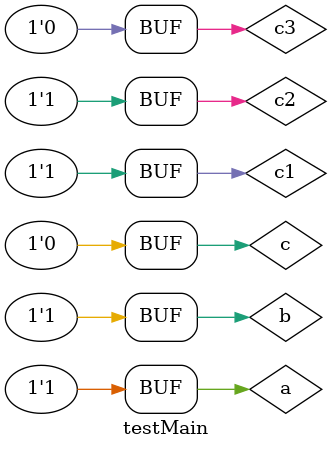
<source format=v>

module circEx35(output S, input a, input b, input c, input c1, input c2, input c3);
	
	wire e0, e1, e2, e3, e4, e5, e6;
	wire n1, n2, n3, n4, n5, n6, n7, n8, n9, n10, n11, n12;
	wire s0, s1, s2, s3, s4, s5, s6;
	
	not 	E0(e0, c);
	or  	E1(e1, a, b);
	nor 	E2(e2, a, b);
	and 	E3(e3, a, b);
	nand	E4(e4, a, b);
	xor 	E5(e5, a, b);
	xnor  E6(e6, a, b);
	
	not 	N1(n1, c1);
	not 	N2(n2, c2);
	not 	N3(n3, c3);
	not 	N4(n4, c1);
	not 	N5(n5, c2);
	not 	N6(n6, c1);
	not 	N7(n7, c3);
	not 	N8(n8, c1);
	not 	N9(n9, c2);
	not 	N10(n10, c3);
	not 	N11(n11, c2);
	not 	N12(n12, c3);
	
	and 	A0(s0, e0, n1, n2, n3);
	and 	A1(s1, e1, n4, n5, c3);
	and 	A2(s2, e2, n6, c2, n7);
	and 	A3(s3, e3, n8, c2, c3);
	and 	A4(s4, e4, c1, n9, n10);
	and 	A5(s5, e5, c1, n11, c3);
	and 	A6(s6, e6, c1, c2, n12);
	
	or		O1(S, s0, s1, s2, s3, s4, s5, s6);
	
		
endmodule

// ---------------------------------
// -- Modulo testador
// ---------------------------------
module testMain; 
// --------------------------------- definir dados 
	reg 	a, b, c;
	reg 	c1, c2, c3;
	wire 	s;
	
// --------------------------------- instanciando
	circEx35 C1(s, a, b, c, c1, c2, c3);
	
// --------------------------------- inicializacao
	initial begin:start
		a = 0;
		b = 0;
		c = 0;
		c1 = 0;
		c2 = 0; 
		c3 = 0; 
	end 
// --------------------------------- parte principal 
	initial begin 
		$display("Exemplo0034 - Sad - 440265"); 
		$display("Test LU's module");
		$display("Switch = 000 -> NOT");
		$monitor(" %b = NOT -> %b", c, s); 
		
	// --------------------------------- projetar testes do modulo 
		#1
		a = 0; b = 0; c = 0; c1 = 0; c2 = 0; c3 = 0;
		#1
		a = 0; b = 0; c = 1; c1 = 0; c2 = 0; c3 = 0;
		
		#1
		a = 0; b = 0; c = 0; c1 = 0; c2 = 0; c3 = 1;
		$display("Switch = 001 -> OR");
		$monitor(" %b OR %b -> %b", a, b, s);
		#1
		a = 0; b = 1; c = 0; c1 = 0; c2 = 0; c3 = 1;
		#1
		a = 1; b = 0; c = 0; c1 = 0; c2 = 0; c3 = 1;
		#1
		a = 1; b = 1; c = 0; c1 = 0; c2 = 0; c3 = 1;
		
		#1
		a = 0; b = 0; c = 0; c1 = 0; c2 = 1; c3 = 0;
		$display("Switch = 010 -> NOR");
		$monitor(" %b NOR %b -> %b", a, b, s);
		#1
		a = 0; b = 1; c = 0; c1 = 0; c2 = 1; c3 = 0;
		#1
		a = 1; b = 0; c = 0; c1 = 0; c2 = 1; c3 = 0;
		#1
		a = 1; b = 1; c = 0; c1 = 0; c2 = 1; c3 = 0;
		
		#1
		a = 0; b = 0; c = 0; c1 = 0; c2 = 1; c3 = 1;
		$display("Switch = 011 -> AND");
		$monitor(" %b AND %b -> %b", a, b, s);
		#1
		a = 0; b = 1; c = 0; c1 = 0; c2 = 1; c3 = 1;
		#1
		a = 1; b = 0; c = 0; c1 = 0; c2 = 1; c3 = 1;
		#1
		a = 1; b = 1; c = 0; c1 = 0; c2 = 1; c3 = 1;
		
		#1
		a = 0; b = 0; c = 0; c1 = 1; c2 = 0; c3 = 0;
		$display("Switch = 100 -> NAND");
		$monitor(" %b NAND %b -> %b", a, b, s);
		#1
		a = 0; b = 1; c = 0; c1 = 1; c2 = 0; c3 = 0;
		#1
		a = 1; b = 0; c = 0; c1 = 1; c2 = 0; c3 = 0;
		#1
		a = 1; b = 1; c = 0; c1 = 1; c2 = 0; c3 = 0;
		
		#1
		a = 0; b = 0; c = 0; c1 = 1; c2 = 0; c3 = 1;
		$display("Switch = 101 -> XOR");
		$monitor(" %b XOR %b -> %b", a, b, s);
		#1
		a = 0; b = 1; c = 0; c1 = 1; c2 = 0; c3 = 1;
		#1
		a = 1; b = 0; c = 0; c1 = 1; c2 = 0; c3 = 1;
		#1
		a = 1; b = 1; c = 0; c1 = 1; c2 = 0; c3 = 1;
		
		#1
		a = 0; b = 0; c = 0; c1 = 1; c2 = 1; c3 = 0;
		$display("Switch = 110 -> XNOR");
		$monitor(" %b XNOR %b -> %b", a, b, s);
		#1
		a = 0; b = 1; c = 0; c1 = 1; c2 = 1; c3 = 0;
		#1
		a = 1; b = 0; c = 0; c1 = 1; c2 = 1; c3 = 0;
		#1
		a = 1; b = 1; c = 0; c1 = 1; c2 = 1; c3 = 0;
	end 
endmodule // -- test_f4 
</source>
